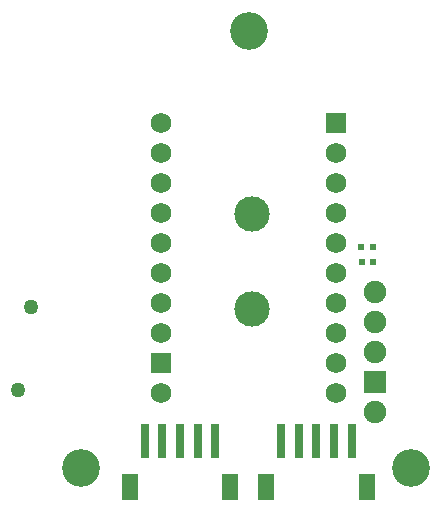
<source format=gts>
G04*
G04 #@! TF.GenerationSoftware,Altium Limited,Altium Designer,21.6.4 (81)*
G04*
G04 Layer_Color=8388736*
%FSLAX44Y44*%
%MOMM*%
G71*
G04*
G04 #@! TF.SameCoordinates,0AF61676-ECA7-40E5-9188-409EB156610F*
G04*
G04*
G04 #@! TF.FilePolarity,Negative*
G04*
G01*
G75*
%ADD15R,0.5000X0.6000*%
%ADD16R,1.3970X2.2098*%
%ADD17R,0.7112X2.9972*%
%ADD18C,1.7272*%
%ADD19R,1.7272X1.7272*%
%ADD20C,3.0032*%
%ADD21C,1.9032*%
%ADD22R,1.9032X1.9032*%
%ADD23C,3.2032*%
%ADD24C,1.2700*%
D15*
X907890Y1337310D02*
D03*
X897890D02*
D03*
X897970Y1324610D02*
D03*
X907970D02*
D03*
D16*
X817290Y1134460D02*
D03*
X902290D02*
D03*
X786720D02*
D03*
X701720D02*
D03*
D17*
X829790Y1173480D02*
D03*
X844790D02*
D03*
X859790D02*
D03*
X874790D02*
D03*
X889790D02*
D03*
X774220D02*
D03*
X759220D02*
D03*
X744220D02*
D03*
X729220D02*
D03*
X714220D02*
D03*
D18*
X727800Y1341120D02*
D03*
Y1366520D02*
D03*
Y1391920D02*
D03*
Y1417320D02*
D03*
Y1442720D02*
D03*
X876300Y1214120D02*
D03*
Y1239520D02*
D03*
Y1264920D02*
D03*
Y1290320D02*
D03*
Y1315720D02*
D03*
Y1341120D02*
D03*
Y1366520D02*
D03*
Y1391920D02*
D03*
Y1417320D02*
D03*
X727800Y1315720D02*
D03*
Y1290320D02*
D03*
Y1264920D02*
D03*
Y1214120D02*
D03*
D19*
X876300Y1442720D02*
D03*
X727800Y1239520D02*
D03*
D20*
X805180Y1365250D02*
D03*
Y1285250D02*
D03*
D21*
X909320Y1299210D02*
D03*
Y1273810D02*
D03*
Y1248410D02*
D03*
Y1197610D02*
D03*
D22*
Y1223010D02*
D03*
D23*
X940000Y1150000D02*
D03*
X802640Y1520190D02*
D03*
X660000Y1150000D02*
D03*
D24*
X618490Y1286510D02*
D03*
X607060Y1216660D02*
D03*
M02*

</source>
